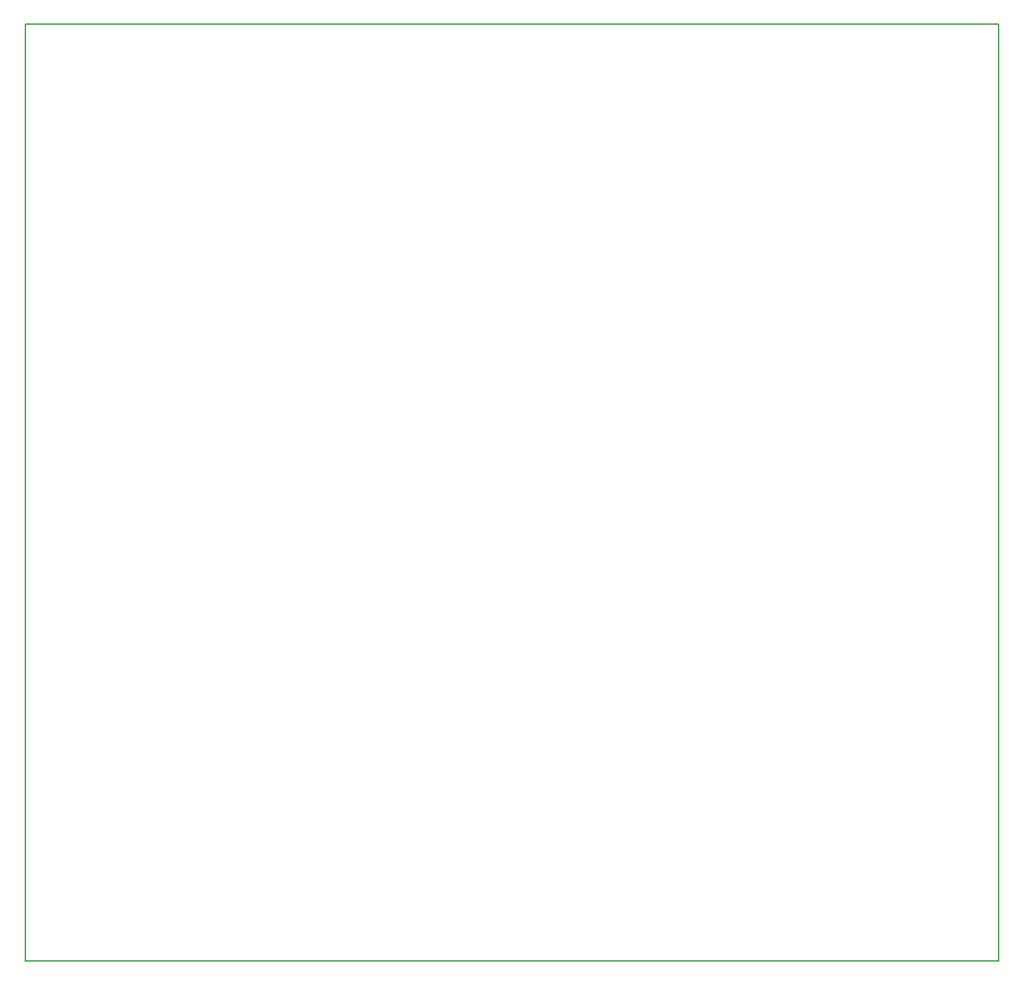
<source format=gbr>
%TF.GenerationSoftware,KiCad,Pcbnew,7.0.9-7.0.9~ubuntu22.04.1*%
%TF.CreationDate,2023-12-15T15:57:02-03:00*%
%TF.ProjectId,Controle_Motor_DC,436f6e74-726f-46c6-955f-4d6f746f725f,V01*%
%TF.SameCoordinates,Original*%
%TF.FileFunction,Profile,NP*%
%FSLAX46Y46*%
G04 Gerber Fmt 4.6, Leading zero omitted, Abs format (unit mm)*
G04 Created by KiCad (PCBNEW 7.0.9-7.0.9~ubuntu22.04.1) date 2023-12-15 15:57:02*
%MOMM*%
%LPD*%
G01*
G04 APERTURE LIST*
%TA.AperFunction,Profile*%
%ADD10C,0.200000*%
%TD*%
G04 APERTURE END LIST*
D10*
X71120000Y-30480000D02*
X197764400Y-30480000D01*
X197764400Y-152400000D01*
X71120000Y-152400000D01*
X71120000Y-30480000D01*
M02*

</source>
